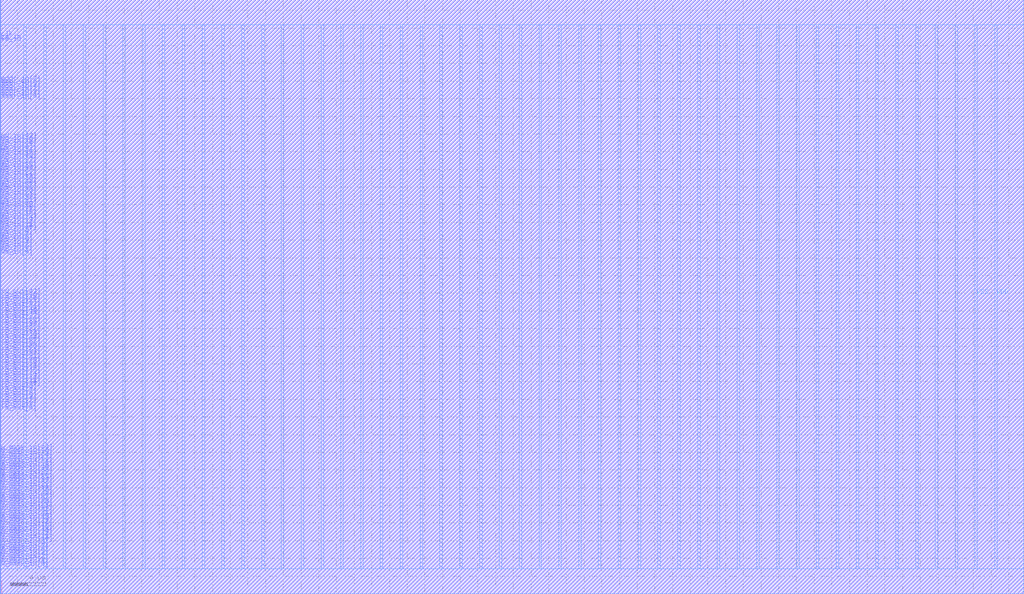
<source format=lef>
VERSION 5.7 ;
BUSBITCHARS "[]" ;
MACRO fakeram45_256x48
  FOREIGN fakeram45_256x48 0 0 ;
  SYMMETRY X Y R90 ;
  SIZE 0.19 BY 1.4 ;
  CLASS BLOCK ;
  PIN w_mask_in[0]
    DIRECTION INPUT ;
    USE SIGNAL ;
    SHAPE ABUTMENT ;
    PORT
      LAYER metal3 ;
      RECT 0.000 2.800 0.070 2.870 ;
    END
  END w_mask_in[0]
  PIN w_mask_in[1]
    DIRECTION INPUT ;
    USE SIGNAL ;
    SHAPE ABUTMENT ;
    PORT
      LAYER metal3 ;
      RECT 0.000 3.080 0.070 3.150 ;
    END
  END w_mask_in[1]
  PIN w_mask_in[2]
    DIRECTION INPUT ;
    USE SIGNAL ;
    SHAPE ABUTMENT ;
    PORT
      LAYER metal3 ;
      RECT 0.000 3.360 0.070 3.430 ;
    END
  END w_mask_in[2]
  PIN w_mask_in[3]
    DIRECTION INPUT ;
    USE SIGNAL ;
    SHAPE ABUTMENT ;
    PORT
      LAYER metal3 ;
      RECT 0.000 3.640 0.070 3.710 ;
    END
  END w_mask_in[3]
  PIN w_mask_in[4]
    DIRECTION INPUT ;
    USE SIGNAL ;
    SHAPE ABUTMENT ;
    PORT
      LAYER metal3 ;
      RECT 0.000 3.920 0.070 3.990 ;
    END
  END w_mask_in[4]
  PIN w_mask_in[5]
    DIRECTION INPUT ;
    USE SIGNAL ;
    SHAPE ABUTMENT ;
    PORT
      LAYER metal3 ;
      RECT 0.000 4.200 0.070 4.270 ;
    END
  END w_mask_in[5]
  PIN w_mask_in[6]
    DIRECTION INPUT ;
    USE SIGNAL ;
    SHAPE ABUTMENT ;
    PORT
      LAYER metal3 ;
      RECT 0.000 4.480 0.070 4.550 ;
    END
  END w_mask_in[6]
  PIN w_mask_in[7]
    DIRECTION INPUT ;
    USE SIGNAL ;
    SHAPE ABUTMENT ;
    PORT
      LAYER metal3 ;
      RECT 0.000 4.760 0.070 4.830 ;
    END
  END w_mask_in[7]
  PIN w_mask_in[8]
    DIRECTION INPUT ;
    USE SIGNAL ;
    SHAPE ABUTMENT ;
    PORT
      LAYER metal3 ;
      RECT 0.000 5.040 0.070 5.110 ;
    END
  END w_mask_in[8]
  PIN w_mask_in[9]
    DIRECTION INPUT ;
    USE SIGNAL ;
    SHAPE ABUTMENT ;
    PORT
      LAYER metal3 ;
      RECT 0.000 5.320 0.070 5.390 ;
    END
  END w_mask_in[9]
  PIN w_mask_in[10]
    DIRECTION INPUT ;
    USE SIGNAL ;
    SHAPE ABUTMENT ;
    PORT
      LAYER metal3 ;
      RECT 0.000 5.600 0.070 5.670 ;
    END
  END w_mask_in[10]
  PIN w_mask_in[11]
    DIRECTION INPUT ;
    USE SIGNAL ;
    SHAPE ABUTMENT ;
    PORT
      LAYER metal3 ;
      RECT 0.000 5.880 0.070 5.950 ;
    END
  END w_mask_in[11]
  PIN w_mask_in[12]
    DIRECTION INPUT ;
    USE SIGNAL ;
    SHAPE ABUTMENT ;
    PORT
      LAYER metal3 ;
      RECT 0.000 6.160 0.070 6.230 ;
    END
  END w_mask_in[12]
  PIN w_mask_in[13]
    DIRECTION INPUT ;
    USE SIGNAL ;
    SHAPE ABUTMENT ;
    PORT
      LAYER metal3 ;
      RECT 0.000 6.440 0.070 6.510 ;
    END
  END w_mask_in[13]
  PIN w_mask_in[14]
    DIRECTION INPUT ;
    USE SIGNAL ;
    SHAPE ABUTMENT ;
    PORT
      LAYER metal3 ;
      RECT 0.000 6.720 0.070 6.790 ;
    END
  END w_mask_in[14]
  PIN w_mask_in[15]
    DIRECTION INPUT ;
    USE SIGNAL ;
    SHAPE ABUTMENT ;
    PORT
      LAYER metal3 ;
      RECT 0.000 7.000 0.070 7.070 ;
    END
  END w_mask_in[15]
  PIN w_mask_in[16]
    DIRECTION INPUT ;
    USE SIGNAL ;
    SHAPE ABUTMENT ;
    PORT
      LAYER metal3 ;
      RECT 0.000 7.280 0.070 7.350 ;
    END
  END w_mask_in[16]
  PIN w_mask_in[17]
    DIRECTION INPUT ;
    USE SIGNAL ;
    SHAPE ABUTMENT ;
    PORT
      LAYER metal3 ;
      RECT 0.000 7.560 0.070 7.630 ;
    END
  END w_mask_in[17]
  PIN w_mask_in[18]
    DIRECTION INPUT ;
    USE SIGNAL ;
    SHAPE ABUTMENT ;
    PORT
      LAYER metal3 ;
      RECT 0.000 7.840 0.070 7.910 ;
    END
  END w_mask_in[18]
  PIN w_mask_in[19]
    DIRECTION INPUT ;
    USE SIGNAL ;
    SHAPE ABUTMENT ;
    PORT
      LAYER metal3 ;
      RECT 0.000 8.120 0.070 8.190 ;
    END
  END w_mask_in[19]
  PIN w_mask_in[20]
    DIRECTION INPUT ;
    USE SIGNAL ;
    SHAPE ABUTMENT ;
    PORT
      LAYER metal3 ;
      RECT 0.000 8.400 0.070 8.470 ;
    END
  END w_mask_in[20]
  PIN w_mask_in[21]
    DIRECTION INPUT ;
    USE SIGNAL ;
    SHAPE ABUTMENT ;
    PORT
      LAYER metal3 ;
      RECT 0.000 8.680 0.070 8.750 ;
    END
  END w_mask_in[21]
  PIN w_mask_in[22]
    DIRECTION INPUT ;
    USE SIGNAL ;
    SHAPE ABUTMENT ;
    PORT
      LAYER metal3 ;
      RECT 0.000 8.960 0.070 9.030 ;
    END
  END w_mask_in[22]
  PIN w_mask_in[23]
    DIRECTION INPUT ;
    USE SIGNAL ;
    SHAPE ABUTMENT ;
    PORT
      LAYER metal3 ;
      RECT 0.000 9.240 0.070 9.310 ;
    END
  END w_mask_in[23]
  PIN w_mask_in[24]
    DIRECTION INPUT ;
    USE SIGNAL ;
    SHAPE ABUTMENT ;
    PORT
      LAYER metal3 ;
      RECT 0.000 9.520 0.070 9.590 ;
    END
  END w_mask_in[24]
  PIN w_mask_in[25]
    DIRECTION INPUT ;
    USE SIGNAL ;
    SHAPE ABUTMENT ;
    PORT
      LAYER metal3 ;
      RECT 0.000 9.800 0.070 9.870 ;
    END
  END w_mask_in[25]
  PIN w_mask_in[26]
    DIRECTION INPUT ;
    USE SIGNAL ;
    SHAPE ABUTMENT ;
    PORT
      LAYER metal3 ;
      RECT 0.000 10.080 0.070 10.150 ;
    END
  END w_mask_in[26]
  PIN w_mask_in[27]
    DIRECTION INPUT ;
    USE SIGNAL ;
    SHAPE ABUTMENT ;
    PORT
      LAYER metal3 ;
      RECT 0.000 10.360 0.070 10.430 ;
    END
  END w_mask_in[27]
  PIN w_mask_in[28]
    DIRECTION INPUT ;
    USE SIGNAL ;
    SHAPE ABUTMENT ;
    PORT
      LAYER metal3 ;
      RECT 0.000 10.640 0.070 10.710 ;
    END
  END w_mask_in[28]
  PIN w_mask_in[29]
    DIRECTION INPUT ;
    USE SIGNAL ;
    SHAPE ABUTMENT ;
    PORT
      LAYER metal3 ;
      RECT 0.000 10.920 0.070 10.990 ;
    END
  END w_mask_in[29]
  PIN w_mask_in[30]
    DIRECTION INPUT ;
    USE SIGNAL ;
    SHAPE ABUTMENT ;
    PORT
      LAYER metal3 ;
      RECT 0.000 11.200 0.070 11.270 ;
    END
  END w_mask_in[30]
  PIN w_mask_in[31]
    DIRECTION INPUT ;
    USE SIGNAL ;
    SHAPE ABUTMENT ;
    PORT
      LAYER metal3 ;
      RECT 0.000 11.480 0.070 11.550 ;
    END
  END w_mask_in[31]
  PIN w_mask_in[32]
    DIRECTION INPUT ;
    USE SIGNAL ;
    SHAPE ABUTMENT ;
    PORT
      LAYER metal3 ;
      RECT 0.000 11.760 0.070 11.830 ;
    END
  END w_mask_in[32]
  PIN w_mask_in[33]
    DIRECTION INPUT ;
    USE SIGNAL ;
    SHAPE ABUTMENT ;
    PORT
      LAYER metal3 ;
      RECT 0.000 12.040 0.070 12.110 ;
    END
  END w_mask_in[33]
  PIN w_mask_in[34]
    DIRECTION INPUT ;
    USE SIGNAL ;
    SHAPE ABUTMENT ;
    PORT
      LAYER metal3 ;
      RECT 0.000 12.320 0.070 12.390 ;
    END
  END w_mask_in[34]
  PIN w_mask_in[35]
    DIRECTION INPUT ;
    USE SIGNAL ;
    SHAPE ABUTMENT ;
    PORT
      LAYER metal3 ;
      RECT 0.000 12.600 0.070 12.670 ;
    END
  END w_mask_in[35]
  PIN w_mask_in[36]
    DIRECTION INPUT ;
    USE SIGNAL ;
    SHAPE ABUTMENT ;
    PORT
      LAYER metal3 ;
      RECT 0.000 12.880 0.070 12.950 ;
    END
  END w_mask_in[36]
  PIN w_mask_in[37]
    DIRECTION INPUT ;
    USE SIGNAL ;
    SHAPE ABUTMENT ;
    PORT
      LAYER metal3 ;
      RECT 0.000 13.160 0.070 13.230 ;
    END
  END w_mask_in[37]
  PIN w_mask_in[38]
    DIRECTION INPUT ;
    USE SIGNAL ;
    SHAPE ABUTMENT ;
    PORT
      LAYER metal3 ;
      RECT 0.000 13.440 0.070 13.510 ;
    END
  END w_mask_in[38]
  PIN w_mask_in[39]
    DIRECTION INPUT ;
    USE SIGNAL ;
    SHAPE ABUTMENT ;
    PORT
      LAYER metal3 ;
      RECT 0.000 13.720 0.070 13.790 ;
    END
  END w_mask_in[39]
  PIN w_mask_in[40]
    DIRECTION INPUT ;
    USE SIGNAL ;
    SHAPE ABUTMENT ;
    PORT
      LAYER metal3 ;
      RECT 0.000 14.000 0.070 14.070 ;
    END
  END w_mask_in[40]
  PIN w_mask_in[41]
    DIRECTION INPUT ;
    USE SIGNAL ;
    SHAPE ABUTMENT ;
    PORT
      LAYER metal3 ;
      RECT 0.000 14.280 0.070 14.350 ;
    END
  END w_mask_in[41]
  PIN w_mask_in[42]
    DIRECTION INPUT ;
    USE SIGNAL ;
    SHAPE ABUTMENT ;
    PORT
      LAYER metal3 ;
      RECT 0.000 14.560 0.070 14.630 ;
    END
  END w_mask_in[42]
  PIN w_mask_in[43]
    DIRECTION INPUT ;
    USE SIGNAL ;
    SHAPE ABUTMENT ;
    PORT
      LAYER metal3 ;
      RECT 0.000 14.840 0.070 14.910 ;
    END
  END w_mask_in[43]
  PIN w_mask_in[44]
    DIRECTION INPUT ;
    USE SIGNAL ;
    SHAPE ABUTMENT ;
    PORT
      LAYER metal3 ;
      RECT 0.000 15.120 0.070 15.190 ;
    END
  END w_mask_in[44]
  PIN w_mask_in[45]
    DIRECTION INPUT ;
    USE SIGNAL ;
    SHAPE ABUTMENT ;
    PORT
      LAYER metal3 ;
      RECT 0.000 15.400 0.070 15.470 ;
    END
  END w_mask_in[45]
  PIN w_mask_in[46]
    DIRECTION INPUT ;
    USE SIGNAL ;
    SHAPE ABUTMENT ;
    PORT
      LAYER metal3 ;
      RECT 0.000 15.680 0.070 15.750 ;
    END
  END w_mask_in[46]
  PIN w_mask_in[47]
    DIRECTION INPUT ;
    USE SIGNAL ;
    SHAPE ABUTMENT ;
    PORT
      LAYER metal3 ;
      RECT 0.000 15.960 0.070 16.030 ;
    END
  END w_mask_in[47]
  PIN rd_out[0]
    DIRECTION OUTPUT ;
    USE SIGNAL ;
    SHAPE ABUTMENT ;
    PORT
      LAYER metal3 ;
      RECT 0.000 20.440 0.070 20.510 ;
    END
  END rd_out[0]
  PIN rd_out[1]
    DIRECTION OUTPUT ;
    USE SIGNAL ;
    SHAPE ABUTMENT ;
    PORT
      LAYER metal3 ;
      RECT 0.000 20.720 0.070 20.790 ;
    END
  END rd_out[1]
  PIN rd_out[2]
    DIRECTION OUTPUT ;
    USE SIGNAL ;
    SHAPE ABUTMENT ;
    PORT
      LAYER metal3 ;
      RECT 0.000 21.000 0.070 21.070 ;
    END
  END rd_out[2]
  PIN rd_out[3]
    DIRECTION OUTPUT ;
    USE SIGNAL ;
    SHAPE ABUTMENT ;
    PORT
      LAYER metal3 ;
      RECT 0.000 21.280 0.070 21.350 ;
    END
  END rd_out[3]
  PIN rd_out[4]
    DIRECTION OUTPUT ;
    USE SIGNAL ;
    SHAPE ABUTMENT ;
    PORT
      LAYER metal3 ;
      RECT 0.000 21.560 0.070 21.630 ;
    END
  END rd_out[4]
  PIN rd_out[5]
    DIRECTION OUTPUT ;
    USE SIGNAL ;
    SHAPE ABUTMENT ;
    PORT
      LAYER metal3 ;
      RECT 0.000 21.840 0.070 21.910 ;
    END
  END rd_out[5]
  PIN rd_out[6]
    DIRECTION OUTPUT ;
    USE SIGNAL ;
    SHAPE ABUTMENT ;
    PORT
      LAYER metal3 ;
      RECT 0.000 22.120 0.070 22.190 ;
    END
  END rd_out[6]
  PIN rd_out[7]
    DIRECTION OUTPUT ;
    USE SIGNAL ;
    SHAPE ABUTMENT ;
    PORT
      LAYER metal3 ;
      RECT 0.000 22.400 0.070 22.470 ;
    END
  END rd_out[7]
  PIN rd_out[8]
    DIRECTION OUTPUT ;
    USE SIGNAL ;
    SHAPE ABUTMENT ;
    PORT
      LAYER metal3 ;
      RECT 0.000 22.680 0.070 22.750 ;
    END
  END rd_out[8]
  PIN rd_out[9]
    DIRECTION OUTPUT ;
    USE SIGNAL ;
    SHAPE ABUTMENT ;
    PORT
      LAYER metal3 ;
      RECT 0.000 22.960 0.070 23.030 ;
    END
  END rd_out[9]
  PIN rd_out[10]
    DIRECTION OUTPUT ;
    USE SIGNAL ;
    SHAPE ABUTMENT ;
    PORT
      LAYER metal3 ;
      RECT 0.000 23.240 0.070 23.310 ;
    END
  END rd_out[10]
  PIN rd_out[11]
    DIRECTION OUTPUT ;
    USE SIGNAL ;
    SHAPE ABUTMENT ;
    PORT
      LAYER metal3 ;
      RECT 0.000 23.520 0.070 23.590 ;
    END
  END rd_out[11]
  PIN rd_out[12]
    DIRECTION OUTPUT ;
    USE SIGNAL ;
    SHAPE ABUTMENT ;
    PORT
      LAYER metal3 ;
      RECT 0.000 23.800 0.070 23.870 ;
    END
  END rd_out[12]
  PIN rd_out[13]
    DIRECTION OUTPUT ;
    USE SIGNAL ;
    SHAPE ABUTMENT ;
    PORT
      LAYER metal3 ;
      RECT 0.000 24.080 0.070 24.150 ;
    END
  END rd_out[13]
  PIN rd_out[14]
    DIRECTION OUTPUT ;
    USE SIGNAL ;
    SHAPE ABUTMENT ;
    PORT
      LAYER metal3 ;
      RECT 0.000 24.360 0.070 24.430 ;
    END
  END rd_out[14]
  PIN rd_out[15]
    DIRECTION OUTPUT ;
    USE SIGNAL ;
    SHAPE ABUTMENT ;
    PORT
      LAYER metal3 ;
      RECT 0.000 24.640 0.070 24.710 ;
    END
  END rd_out[15]
  PIN rd_out[16]
    DIRECTION OUTPUT ;
    USE SIGNAL ;
    SHAPE ABUTMENT ;
    PORT
      LAYER metal3 ;
      RECT 0.000 24.920 0.070 24.990 ;
    END
  END rd_out[16]
  PIN rd_out[17]
    DIRECTION OUTPUT ;
    USE SIGNAL ;
    SHAPE ABUTMENT ;
    PORT
      LAYER metal3 ;
      RECT 0.000 25.200 0.070 25.270 ;
    END
  END rd_out[17]
  PIN rd_out[18]
    DIRECTION OUTPUT ;
    USE SIGNAL ;
    SHAPE ABUTMENT ;
    PORT
      LAYER metal3 ;
      RECT 0.000 25.480 0.070 25.550 ;
    END
  END rd_out[18]
  PIN rd_out[19]
    DIRECTION OUTPUT ;
    USE SIGNAL ;
    SHAPE ABUTMENT ;
    PORT
      LAYER metal3 ;
      RECT 0.000 25.760 0.070 25.830 ;
    END
  END rd_out[19]
  PIN rd_out[20]
    DIRECTION OUTPUT ;
    USE SIGNAL ;
    SHAPE ABUTMENT ;
    PORT
      LAYER metal3 ;
      RECT 0.000 26.040 0.070 26.110 ;
    END
  END rd_out[20]
  PIN rd_out[21]
    DIRECTION OUTPUT ;
    USE SIGNAL ;
    SHAPE ABUTMENT ;
    PORT
      LAYER metal3 ;
      RECT 0.000 26.320 0.070 26.390 ;
    END
  END rd_out[21]
  PIN rd_out[22]
    DIRECTION OUTPUT ;
    USE SIGNAL ;
    SHAPE ABUTMENT ;
    PORT
      LAYER metal3 ;
      RECT 0.000 26.600 0.070 26.670 ;
    END
  END rd_out[22]
  PIN rd_out[23]
    DIRECTION OUTPUT ;
    USE SIGNAL ;
    SHAPE ABUTMENT ;
    PORT
      LAYER metal3 ;
      RECT 0.000 26.880 0.070 26.950 ;
    END
  END rd_out[23]
  PIN rd_out[24]
    DIRECTION OUTPUT ;
    USE SIGNAL ;
    SHAPE ABUTMENT ;
    PORT
      LAYER metal3 ;
      RECT 0.000 27.160 0.070 27.230 ;
    END
  END rd_out[24]
  PIN rd_out[25]
    DIRECTION OUTPUT ;
    USE SIGNAL ;
    SHAPE ABUTMENT ;
    PORT
      LAYER metal3 ;
      RECT 0.000 27.440 0.070 27.510 ;
    END
  END rd_out[25]
  PIN rd_out[26]
    DIRECTION OUTPUT ;
    USE SIGNAL ;
    SHAPE ABUTMENT ;
    PORT
      LAYER metal3 ;
      RECT 0.000 27.720 0.070 27.790 ;
    END
  END rd_out[26]
  PIN rd_out[27]
    DIRECTION OUTPUT ;
    USE SIGNAL ;
    SHAPE ABUTMENT ;
    PORT
      LAYER metal3 ;
      RECT 0.000 28.000 0.070 28.070 ;
    END
  END rd_out[27]
  PIN rd_out[28]
    DIRECTION OUTPUT ;
    USE SIGNAL ;
    SHAPE ABUTMENT ;
    PORT
      LAYER metal3 ;
      RECT 0.000 28.280 0.070 28.350 ;
    END
  END rd_out[28]
  PIN rd_out[29]
    DIRECTION OUTPUT ;
    USE SIGNAL ;
    SHAPE ABUTMENT ;
    PORT
      LAYER metal3 ;
      RECT 0.000 28.560 0.070 28.630 ;
    END
  END rd_out[29]
  PIN rd_out[30]
    DIRECTION OUTPUT ;
    USE SIGNAL ;
    SHAPE ABUTMENT ;
    PORT
      LAYER metal3 ;
      RECT 0.000 28.840 0.070 28.910 ;
    END
  END rd_out[30]
  PIN rd_out[31]
    DIRECTION OUTPUT ;
    USE SIGNAL ;
    SHAPE ABUTMENT ;
    PORT
      LAYER metal3 ;
      RECT 0.000 29.120 0.070 29.190 ;
    END
  END rd_out[31]
  PIN rd_out[32]
    DIRECTION OUTPUT ;
    USE SIGNAL ;
    SHAPE ABUTMENT ;
    PORT
      LAYER metal3 ;
      RECT 0.000 29.400 0.070 29.470 ;
    END
  END rd_out[32]
  PIN rd_out[33]
    DIRECTION OUTPUT ;
    USE SIGNAL ;
    SHAPE ABUTMENT ;
    PORT
      LAYER metal3 ;
      RECT 0.000 29.680 0.070 29.750 ;
    END
  END rd_out[33]
  PIN rd_out[34]
    DIRECTION OUTPUT ;
    USE SIGNAL ;
    SHAPE ABUTMENT ;
    PORT
      LAYER metal3 ;
      RECT 0.000 29.960 0.070 30.030 ;
    END
  END rd_out[34]
  PIN rd_out[35]
    DIRECTION OUTPUT ;
    USE SIGNAL ;
    SHAPE ABUTMENT ;
    PORT
      LAYER metal3 ;
      RECT 0.000 30.240 0.070 30.310 ;
    END
  END rd_out[35]
  PIN rd_out[36]
    DIRECTION OUTPUT ;
    USE SIGNAL ;
    SHAPE ABUTMENT ;
    PORT
      LAYER metal3 ;
      RECT 0.000 30.520 0.070 30.590 ;
    END
  END rd_out[36]
  PIN rd_out[37]
    DIRECTION OUTPUT ;
    USE SIGNAL ;
    SHAPE ABUTMENT ;
    PORT
      LAYER metal3 ;
      RECT 0.000 30.800 0.070 30.870 ;
    END
  END rd_out[37]
  PIN rd_out[38]
    DIRECTION OUTPUT ;
    USE SIGNAL ;
    SHAPE ABUTMENT ;
    PORT
      LAYER metal3 ;
      RECT 0.000 31.080 0.070 31.150 ;
    END
  END rd_out[38]
  PIN rd_out[39]
    DIRECTION OUTPUT ;
    USE SIGNAL ;
    SHAPE ABUTMENT ;
    PORT
      LAYER metal3 ;
      RECT 0.000 31.360 0.070 31.430 ;
    END
  END rd_out[39]
  PIN rd_out[40]
    DIRECTION OUTPUT ;
    USE SIGNAL ;
    SHAPE ABUTMENT ;
    PORT
      LAYER metal3 ;
      RECT 0.000 31.640 0.070 31.710 ;
    END
  END rd_out[40]
  PIN rd_out[41]
    DIRECTION OUTPUT ;
    USE SIGNAL ;
    SHAPE ABUTMENT ;
    PORT
      LAYER metal3 ;
      RECT 0.000 31.920 0.070 31.990 ;
    END
  END rd_out[41]
  PIN rd_out[42]
    DIRECTION OUTPUT ;
    USE SIGNAL ;
    SHAPE ABUTMENT ;
    PORT
      LAYER metal3 ;
      RECT 0.000 32.200 0.070 32.270 ;
    END
  END rd_out[42]
  PIN rd_out[43]
    DIRECTION OUTPUT ;
    USE SIGNAL ;
    SHAPE ABUTMENT ;
    PORT
      LAYER metal3 ;
      RECT 0.000 32.480 0.070 32.550 ;
    END
  END rd_out[43]
  PIN rd_out[44]
    DIRECTION OUTPUT ;
    USE SIGNAL ;
    SHAPE ABUTMENT ;
    PORT
      LAYER metal3 ;
      RECT 0.000 32.760 0.070 32.830 ;
    END
  END rd_out[44]
  PIN rd_out[45]
    DIRECTION OUTPUT ;
    USE SIGNAL ;
    SHAPE ABUTMENT ;
    PORT
      LAYER metal3 ;
      RECT 0.000 33.040 0.070 33.110 ;
    END
  END rd_out[45]
  PIN rd_out[46]
    DIRECTION OUTPUT ;
    USE SIGNAL ;
    SHAPE ABUTMENT ;
    PORT
      LAYER metal3 ;
      RECT 0.000 33.320 0.070 33.390 ;
    END
  END rd_out[46]
  PIN rd_out[47]
    DIRECTION OUTPUT ;
    USE SIGNAL ;
    SHAPE ABUTMENT ;
    PORT
      LAYER metal3 ;
      RECT 0.000 33.600 0.070 33.670 ;
    END
  END rd_out[47]
  PIN wd_in[0]
    DIRECTION INPUT ;
    USE SIGNAL ;
    SHAPE ABUTMENT ;
    PORT
      LAYER metal3 ;
      RECT 0.000 38.080 0.070 38.150 ;
    END
  END wd_in[0]
  PIN wd_in[1]
    DIRECTION INPUT ;
    USE SIGNAL ;
    SHAPE ABUTMENT ;
    PORT
      LAYER metal3 ;
      RECT 0.000 38.360 0.070 38.430 ;
    END
  END wd_in[1]
  PIN wd_in[2]
    DIRECTION INPUT ;
    USE SIGNAL ;
    SHAPE ABUTMENT ;
    PORT
      LAYER metal3 ;
      RECT 0.000 38.640 0.070 38.710 ;
    END
  END wd_in[2]
  PIN wd_in[3]
    DIRECTION INPUT ;
    USE SIGNAL ;
    SHAPE ABUTMENT ;
    PORT
      LAYER metal3 ;
      RECT 0.000 38.920 0.070 38.990 ;
    END
  END wd_in[3]
  PIN wd_in[4]
    DIRECTION INPUT ;
    USE SIGNAL ;
    SHAPE ABUTMENT ;
    PORT
      LAYER metal3 ;
      RECT 0.000 39.200 0.070 39.270 ;
    END
  END wd_in[4]
  PIN wd_in[5]
    DIRECTION INPUT ;
    USE SIGNAL ;
    SHAPE ABUTMENT ;
    PORT
      LAYER metal3 ;
      RECT 0.000 39.480 0.070 39.550 ;
    END
  END wd_in[5]
  PIN wd_in[6]
    DIRECTION INPUT ;
    USE SIGNAL ;
    SHAPE ABUTMENT ;
    PORT
      LAYER metal3 ;
      RECT 0.000 39.760 0.070 39.830 ;
    END
  END wd_in[6]
  PIN wd_in[7]
    DIRECTION INPUT ;
    USE SIGNAL ;
    SHAPE ABUTMENT ;
    PORT
      LAYER metal3 ;
      RECT 0.000 40.040 0.070 40.110 ;
    END
  END wd_in[7]
  PIN wd_in[8]
    DIRECTION INPUT ;
    USE SIGNAL ;
    SHAPE ABUTMENT ;
    PORT
      LAYER metal3 ;
      RECT 0.000 40.320 0.070 40.390 ;
    END
  END wd_in[8]
  PIN wd_in[9]
    DIRECTION INPUT ;
    USE SIGNAL ;
    SHAPE ABUTMENT ;
    PORT
      LAYER metal3 ;
      RECT 0.000 40.600 0.070 40.670 ;
    END
  END wd_in[9]
  PIN wd_in[10]
    DIRECTION INPUT ;
    USE SIGNAL ;
    SHAPE ABUTMENT ;
    PORT
      LAYER metal3 ;
      RECT 0.000 40.880 0.070 40.950 ;
    END
  END wd_in[10]
  PIN wd_in[11]
    DIRECTION INPUT ;
    USE SIGNAL ;
    SHAPE ABUTMENT ;
    PORT
      LAYER metal3 ;
      RECT 0.000 41.160 0.070 41.230 ;
    END
  END wd_in[11]
  PIN wd_in[12]
    DIRECTION INPUT ;
    USE SIGNAL ;
    SHAPE ABUTMENT ;
    PORT
      LAYER metal3 ;
      RECT 0.000 41.440 0.070 41.510 ;
    END
  END wd_in[12]
  PIN wd_in[13]
    DIRECTION INPUT ;
    USE SIGNAL ;
    SHAPE ABUTMENT ;
    PORT
      LAYER metal3 ;
      RECT 0.000 41.720 0.070 41.790 ;
    END
  END wd_in[13]
  PIN wd_in[14]
    DIRECTION INPUT ;
    USE SIGNAL ;
    SHAPE ABUTMENT ;
    PORT
      LAYER metal3 ;
      RECT 0.000 42.000 0.070 42.070 ;
    END
  END wd_in[14]
  PIN wd_in[15]
    DIRECTION INPUT ;
    USE SIGNAL ;
    SHAPE ABUTMENT ;
    PORT
      LAYER metal3 ;
      RECT 0.000 42.280 0.070 42.350 ;
    END
  END wd_in[15]
  PIN wd_in[16]
    DIRECTION INPUT ;
    USE SIGNAL ;
    SHAPE ABUTMENT ;
    PORT
      LAYER metal3 ;
      RECT 0.000 42.560 0.070 42.630 ;
    END
  END wd_in[16]
  PIN wd_in[17]
    DIRECTION INPUT ;
    USE SIGNAL ;
    SHAPE ABUTMENT ;
    PORT
      LAYER metal3 ;
      RECT 0.000 42.840 0.070 42.910 ;
    END
  END wd_in[17]
  PIN wd_in[18]
    DIRECTION INPUT ;
    USE SIGNAL ;
    SHAPE ABUTMENT ;
    PORT
      LAYER metal3 ;
      RECT 0.000 43.120 0.070 43.190 ;
    END
  END wd_in[18]
  PIN wd_in[19]
    DIRECTION INPUT ;
    USE SIGNAL ;
    SHAPE ABUTMENT ;
    PORT
      LAYER metal3 ;
      RECT 0.000 43.400 0.070 43.470 ;
    END
  END wd_in[19]
  PIN wd_in[20]
    DIRECTION INPUT ;
    USE SIGNAL ;
    SHAPE ABUTMENT ;
    PORT
      LAYER metal3 ;
      RECT 0.000 43.680 0.070 43.750 ;
    END
  END wd_in[20]
  PIN wd_in[21]
    DIRECTION INPUT ;
    USE SIGNAL ;
    SHAPE ABUTMENT ;
    PORT
      LAYER metal3 ;
      RECT 0.000 43.960 0.070 44.030 ;
    END
  END wd_in[21]
  PIN wd_in[22]
    DIRECTION INPUT ;
    USE SIGNAL ;
    SHAPE ABUTMENT ;
    PORT
      LAYER metal3 ;
      RECT 0.000 44.240 0.070 44.310 ;
    END
  END wd_in[22]
  PIN wd_in[23]
    DIRECTION INPUT ;
    USE SIGNAL ;
    SHAPE ABUTMENT ;
    PORT
      LAYER metal3 ;
      RECT 0.000 44.520 0.070 44.590 ;
    END
  END wd_in[23]
  PIN wd_in[24]
    DIRECTION INPUT ;
    USE SIGNAL ;
    SHAPE ABUTMENT ;
    PORT
      LAYER metal3 ;
      RECT 0.000 44.800 0.070 44.870 ;
    END
  END wd_in[24]
  PIN wd_in[25]
    DIRECTION INPUT ;
    USE SIGNAL ;
    SHAPE ABUTMENT ;
    PORT
      LAYER metal3 ;
      RECT 0.000 45.080 0.070 45.150 ;
    END
  END wd_in[25]
  PIN wd_in[26]
    DIRECTION INPUT ;
    USE SIGNAL ;
    SHAPE ABUTMENT ;
    PORT
      LAYER metal3 ;
      RECT 0.000 45.360 0.070 45.430 ;
    END
  END wd_in[26]
  PIN wd_in[27]
    DIRECTION INPUT ;
    USE SIGNAL ;
    SHAPE ABUTMENT ;
    PORT
      LAYER metal3 ;
      RECT 0.000 45.640 0.070 45.710 ;
    END
  END wd_in[27]
  PIN wd_in[28]
    DIRECTION INPUT ;
    USE SIGNAL ;
    SHAPE ABUTMENT ;
    PORT
      LAYER metal3 ;
      RECT 0.000 45.920 0.070 45.990 ;
    END
  END wd_in[28]
  PIN wd_in[29]
    DIRECTION INPUT ;
    USE SIGNAL ;
    SHAPE ABUTMENT ;
    PORT
      LAYER metal3 ;
      RECT 0.000 46.200 0.070 46.270 ;
    END
  END wd_in[29]
  PIN wd_in[30]
    DIRECTION INPUT ;
    USE SIGNAL ;
    SHAPE ABUTMENT ;
    PORT
      LAYER metal3 ;
      RECT 0.000 46.480 0.070 46.550 ;
    END
  END wd_in[30]
  PIN wd_in[31]
    DIRECTION INPUT ;
    USE SIGNAL ;
    SHAPE ABUTMENT ;
    PORT
      LAYER metal3 ;
      RECT 0.000 46.760 0.070 46.830 ;
    END
  END wd_in[31]
  PIN wd_in[32]
    DIRECTION INPUT ;
    USE SIGNAL ;
    SHAPE ABUTMENT ;
    PORT
      LAYER metal3 ;
      RECT 0.000 47.040 0.070 47.110 ;
    END
  END wd_in[32]
  PIN wd_in[33]
    DIRECTION INPUT ;
    USE SIGNAL ;
    SHAPE ABUTMENT ;
    PORT
      LAYER metal3 ;
      RECT 0.000 47.320 0.070 47.390 ;
    END
  END wd_in[33]
  PIN wd_in[34]
    DIRECTION INPUT ;
    USE SIGNAL ;
    SHAPE ABUTMENT ;
    PORT
      LAYER metal3 ;
      RECT 0.000 47.600 0.070 47.670 ;
    END
  END wd_in[34]
  PIN wd_in[35]
    DIRECTION INPUT ;
    USE SIGNAL ;
    SHAPE ABUTMENT ;
    PORT
      LAYER metal3 ;
      RECT 0.000 47.880 0.070 47.950 ;
    END
  END wd_in[35]
  PIN wd_in[36]
    DIRECTION INPUT ;
    USE SIGNAL ;
    SHAPE ABUTMENT ;
    PORT
      LAYER metal3 ;
      RECT 0.000 48.160 0.070 48.230 ;
    END
  END wd_in[36]
  PIN wd_in[37]
    DIRECTION INPUT ;
    USE SIGNAL ;
    SHAPE ABUTMENT ;
    PORT
      LAYER metal3 ;
      RECT 0.000 48.440 0.070 48.510 ;
    END
  END wd_in[37]
  PIN wd_in[38]
    DIRECTION INPUT ;
    USE SIGNAL ;
    SHAPE ABUTMENT ;
    PORT
      LAYER metal3 ;
      RECT 0.000 48.720 0.070 48.790 ;
    END
  END wd_in[38]
  PIN wd_in[39]
    DIRECTION INPUT ;
    USE SIGNAL ;
    SHAPE ABUTMENT ;
    PORT
      LAYER metal3 ;
      RECT 0.000 49.000 0.070 49.070 ;
    END
  END wd_in[39]
  PIN wd_in[40]
    DIRECTION INPUT ;
    USE SIGNAL ;
    SHAPE ABUTMENT ;
    PORT
      LAYER metal3 ;
      RECT 0.000 49.280 0.070 49.350 ;
    END
  END wd_in[40]
  PIN wd_in[41]
    DIRECTION INPUT ;
    USE SIGNAL ;
    SHAPE ABUTMENT ;
    PORT
      LAYER metal3 ;
      RECT 0.000 49.560 0.070 49.630 ;
    END
  END wd_in[41]
  PIN wd_in[42]
    DIRECTION INPUT ;
    USE SIGNAL ;
    SHAPE ABUTMENT ;
    PORT
      LAYER metal3 ;
      RECT 0.000 49.840 0.070 49.910 ;
    END
  END wd_in[42]
  PIN wd_in[43]
    DIRECTION INPUT ;
    USE SIGNAL ;
    SHAPE ABUTMENT ;
    PORT
      LAYER metal3 ;
      RECT 0.000 50.120 0.070 50.190 ;
    END
  END wd_in[43]
  PIN wd_in[44]
    DIRECTION INPUT ;
    USE SIGNAL ;
    SHAPE ABUTMENT ;
    PORT
      LAYER metal3 ;
      RECT 0.000 50.400 0.070 50.470 ;
    END
  END wd_in[44]
  PIN wd_in[45]
    DIRECTION INPUT ;
    USE SIGNAL ;
    SHAPE ABUTMENT ;
    PORT
      LAYER metal3 ;
      RECT 0.000 50.680 0.070 50.750 ;
    END
  END wd_in[45]
  PIN wd_in[46]
    DIRECTION INPUT ;
    USE SIGNAL ;
    SHAPE ABUTMENT ;
    PORT
      LAYER metal3 ;
      RECT 0.000 50.960 0.070 51.030 ;
    END
  END wd_in[46]
  PIN wd_in[47]
    DIRECTION INPUT ;
    USE SIGNAL ;
    SHAPE ABUTMENT ;
    PORT
      LAYER metal3 ;
      RECT 0.000 51.240 0.070 51.310 ;
    END
  END wd_in[47]
  PIN addr_in[0]
    DIRECTION INPUT ;
    USE SIGNAL ;
    SHAPE ABUTMENT ;
    PORT
      LAYER metal3 ;
      RECT 0.000 55.720 0.070 55.790 ;
    END
  END addr_in[0]
  PIN addr_in[1]
    DIRECTION INPUT ;
    USE SIGNAL ;
    SHAPE ABUTMENT ;
    PORT
      LAYER metal3 ;
      RECT 0.000 56.000 0.070 56.070 ;
    END
  END addr_in[1]
  PIN addr_in[2]
    DIRECTION INPUT ;
    USE SIGNAL ;
    SHAPE ABUTMENT ;
    PORT
      LAYER metal3 ;
      RECT 0.000 56.280 0.070 56.350 ;
    END
  END addr_in[2]
  PIN addr_in[3]
    DIRECTION INPUT ;
    USE SIGNAL ;
    SHAPE ABUTMENT ;
    PORT
      LAYER metal3 ;
      RECT 0.000 56.560 0.070 56.630 ;
    END
  END addr_in[3]
  PIN addr_in[4]
    DIRECTION INPUT ;
    USE SIGNAL ;
    SHAPE ABUTMENT ;
    PORT
      LAYER metal3 ;
      RECT 0.000 56.840 0.070 56.910 ;
    END
  END addr_in[4]
  PIN addr_in[5]
    DIRECTION INPUT ;
    USE SIGNAL ;
    SHAPE ABUTMENT ;
    PORT
      LAYER metal3 ;
      RECT 0.000 57.120 0.070 57.190 ;
    END
  END addr_in[5]
  PIN addr_in[6]
    DIRECTION INPUT ;
    USE SIGNAL ;
    SHAPE ABUTMENT ;
    PORT
      LAYER metal3 ;
      RECT 0.000 57.400 0.070 57.470 ;
    END
  END addr_in[6]
  PIN addr_in[7]
    DIRECTION INPUT ;
    USE SIGNAL ;
    SHAPE ABUTMENT ;
    PORT
      LAYER metal3 ;
      RECT 0.000 57.680 0.070 57.750 ;
    END
  END addr_in[7]
  PIN we_in
    DIRECTION INPUT ;
    USE SIGNAL ;
    SHAPE ABUTMENT ;
    PORT
      LAYER metal3 ;
      RECT 0.000 62.160 0.070 62.230 ;
    END
  END we_in
  PIN ce_in
    DIRECTION INPUT ;
    USE SIGNAL ;
    SHAPE ABUTMENT ;
    PORT
      LAYER metal3 ;
      RECT 0.000 62.440 0.070 62.510 ;
    END
  END ce_in
  PIN clk
    DIRECTION INPUT ;
    USE SIGNAL ;
    SHAPE ABUTMENT ;
    PORT
      LAYER metal3 ;
      RECT 0.000 62.720 0.070 62.790 ;
    END
  END clk
  PIN VSS
    DIRECTION INOUT ;
    USE GROUND ;
    PORT
      LAYER metal4 ;
      RECT 2.660 2.800 2.940 64.400 ;
      RECT 7.140 2.800 7.420 64.400 ;
      RECT 11.620 2.800 11.900 64.400 ;
      RECT 16.100 2.800 16.380 64.400 ;
      RECT 20.580 2.800 20.860 64.400 ;
      RECT 25.060 2.800 25.340 64.400 ;
      RECT 29.540 2.800 29.820 64.400 ;
      RECT 34.020 2.800 34.300 64.400 ;
      RECT 38.500 2.800 38.780 64.400 ;
      RECT 42.980 2.800 43.260 64.400 ;
      RECT 47.460 2.800 47.740 64.400 ;
      RECT 51.940 2.800 52.220 64.400 ;
      RECT 56.420 2.800 56.700 64.400 ;
      RECT 60.900 2.800 61.180 64.400 ;
      RECT 65.380 2.800 65.660 64.400 ;
      RECT 69.860 2.800 70.140 64.400 ;
      RECT 74.340 2.800 74.620 64.400 ;
      RECT 78.820 2.800 79.100 64.400 ;
      RECT 83.300 2.800 83.580 64.400 ;
      RECT 87.780 2.800 88.060 64.400 ;
      RECT 92.260 2.800 92.540 64.400 ;
      RECT 96.740 2.800 97.020 64.400 ;
      RECT 101.220 2.800 101.500 64.400 ;
      RECT 105.700 2.800 105.980 64.400 ;
      RECT 110.180 2.800 110.460 64.400 ;
    END
  END VSS
  PIN VDD
    DIRECTION INOUT ;
    USE POWER ;
    PORT
      LAYER metal4 ;
      RECT 4.900 2.800 5.180 64.400 ;
      RECT 9.380 2.800 9.660 64.400 ;
      RECT 13.860 2.800 14.140 64.400 ;
      RECT 18.340 2.800 18.620 64.400 ;
      RECT 22.820 2.800 23.100 64.400 ;
      RECT 27.300 2.800 27.580 64.400 ;
      RECT 31.780 2.800 32.060 64.400 ;
      RECT 36.260 2.800 36.540 64.400 ;
      RECT 40.740 2.800 41.020 64.400 ;
      RECT 45.220 2.800 45.500 64.400 ;
      RECT 49.700 2.800 49.980 64.400 ;
      RECT 54.180 2.800 54.460 64.400 ;
      RECT 58.660 2.800 58.940 64.400 ;
      RECT 63.140 2.800 63.420 64.400 ;
      RECT 67.620 2.800 67.900 64.400 ;
      RECT 72.100 2.800 72.380 64.400 ;
      RECT 76.580 2.800 76.860 64.400 ;
      RECT 81.060 2.800 81.340 64.400 ;
      RECT 85.540 2.800 85.820 64.400 ;
      RECT 90.020 2.800 90.300 64.400 ;
      RECT 94.500 2.800 94.780 64.400 ;
      RECT 98.980 2.800 99.260 64.400 ;
      RECT 103.460 2.800 103.740 64.400 ;
      RECT 107.940 2.800 108.220 64.400 ;
      RECT 112.420 2.800 112.700 64.400 ;
    END
  END VDD
  OBS
    LAYER metal1 ;
    RECT 0 0 115.710 67.200 ;
    LAYER metal2 ;
    RECT 0 0 115.710 67.200 ;
    LAYER metal3 ;
    RECT 0.070 0 115.710 67.200 ;
    RECT 0 0.000 0.070 2.800 ;
    RECT 0 2.870 0.070 3.080 ;
    RECT 0 3.150 0.070 3.360 ;
    RECT 0 3.430 0.070 3.640 ;
    RECT 0 3.710 0.070 3.920 ;
    RECT 0 3.990 0.070 4.200 ;
    RECT 0 4.270 0.070 4.480 ;
    RECT 0 4.550 0.070 4.760 ;
    RECT 0 4.830 0.070 5.040 ;
    RECT 0 5.110 0.070 5.320 ;
    RECT 0 5.390 0.070 5.600 ;
    RECT 0 5.670 0.070 5.880 ;
    RECT 0 5.950 0.070 6.160 ;
    RECT 0 6.230 0.070 6.440 ;
    RECT 0 6.510 0.070 6.720 ;
    RECT 0 6.790 0.070 7.000 ;
    RECT 0 7.070 0.070 7.280 ;
    RECT 0 7.350 0.070 7.560 ;
    RECT 0 7.630 0.070 7.840 ;
    RECT 0 7.910 0.070 8.120 ;
    RECT 0 8.190 0.070 8.400 ;
    RECT 0 8.470 0.070 8.680 ;
    RECT 0 8.750 0.070 8.960 ;
    RECT 0 9.030 0.070 9.240 ;
    RECT 0 9.310 0.070 9.520 ;
    RECT 0 9.590 0.070 9.800 ;
    RECT 0 9.870 0.070 10.080 ;
    RECT 0 10.150 0.070 10.360 ;
    RECT 0 10.430 0.070 10.640 ;
    RECT 0 10.710 0.070 10.920 ;
    RECT 0 10.990 0.070 11.200 ;
    RECT 0 11.270 0.070 11.480 ;
    RECT 0 11.550 0.070 11.760 ;
    RECT 0 11.830 0.070 12.040 ;
    RECT 0 12.110 0.070 12.320 ;
    RECT 0 12.390 0.070 12.600 ;
    RECT 0 12.670 0.070 12.880 ;
    RECT 0 12.950 0.070 13.160 ;
    RECT 0 13.230 0.070 13.440 ;
    RECT 0 13.510 0.070 13.720 ;
    RECT 0 13.790 0.070 14.000 ;
    RECT 0 14.070 0.070 14.280 ;
    RECT 0 14.350 0.070 14.560 ;
    RECT 0 14.630 0.070 14.840 ;
    RECT 0 14.910 0.070 15.120 ;
    RECT 0 15.190 0.070 15.400 ;
    RECT 0 15.470 0.070 15.680 ;
    RECT 0 15.750 0.070 15.960 ;
    RECT 0 16.030 0.070 20.440 ;
    RECT 0 20.510 0.070 20.720 ;
    RECT 0 20.790 0.070 21.000 ;
    RECT 0 21.070 0.070 21.280 ;
    RECT 0 21.350 0.070 21.560 ;
    RECT 0 21.630 0.070 21.840 ;
    RECT 0 21.910 0.070 22.120 ;
    RECT 0 22.190 0.070 22.400 ;
    RECT 0 22.470 0.070 22.680 ;
    RECT 0 22.750 0.070 22.960 ;
    RECT 0 23.030 0.070 23.240 ;
    RECT 0 23.310 0.070 23.520 ;
    RECT 0 23.590 0.070 23.800 ;
    RECT 0 23.870 0.070 24.080 ;
    RECT 0 24.150 0.070 24.360 ;
    RECT 0 24.430 0.070 24.640 ;
    RECT 0 24.710 0.070 24.920 ;
    RECT 0 24.990 0.070 25.200 ;
    RECT 0 25.270 0.070 25.480 ;
    RECT 0 25.550 0.070 25.760 ;
    RECT 0 25.830 0.070 26.040 ;
    RECT 0 26.110 0.070 26.320 ;
    RECT 0 26.390 0.070 26.600 ;
    RECT 0 26.670 0.070 26.880 ;
    RECT 0 26.950 0.070 27.160 ;
    RECT 0 27.230 0.070 27.440 ;
    RECT 0 27.510 0.070 27.720 ;
    RECT 0 27.790 0.070 28.000 ;
    RECT 0 28.070 0.070 28.280 ;
    RECT 0 28.350 0.070 28.560 ;
    RECT 0 28.630 0.070 28.840 ;
    RECT 0 28.910 0.070 29.120 ;
    RECT 0 29.190 0.070 29.400 ;
    RECT 0 29.470 0.070 29.680 ;
    RECT 0 29.750 0.070 29.960 ;
    RECT 0 30.030 0.070 30.240 ;
    RECT 0 30.310 0.070 30.520 ;
    RECT 0 30.590 0.070 30.800 ;
    RECT 0 30.870 0.070 31.080 ;
    RECT 0 31.150 0.070 31.360 ;
    RECT 0 31.430 0.070 31.640 ;
    RECT 0 31.710 0.070 31.920 ;
    RECT 0 31.990 0.070 32.200 ;
    RECT 0 32.270 0.070 32.480 ;
    RECT 0 32.550 0.070 32.760 ;
    RECT 0 32.830 0.070 33.040 ;
    RECT 0 33.110 0.070 33.320 ;
    RECT 0 33.390 0.070 33.600 ;
    RECT 0 33.670 0.070 38.080 ;
    RECT 0 38.150 0.070 38.360 ;
    RECT 0 38.430 0.070 38.640 ;
    RECT 0 38.710 0.070 38.920 ;
    RECT 0 38.990 0.070 39.200 ;
    RECT 0 39.270 0.070 39.480 ;
    RECT 0 39.550 0.070 39.760 ;
    RECT 0 39.830 0.070 40.040 ;
    RECT 0 40.110 0.070 40.320 ;
    RECT 0 40.390 0.070 40.600 ;
    RECT 0 40.670 0.070 40.880 ;
    RECT 0 40.950 0.070 41.160 ;
    RECT 0 41.230 0.070 41.440 ;
    RECT 0 41.510 0.070 41.720 ;
    RECT 0 41.790 0.070 42.000 ;
    RECT 0 42.070 0.070 42.280 ;
    RECT 0 42.350 0.070 42.560 ;
    RECT 0 42.630 0.070 42.840 ;
    RECT 0 42.910 0.070 43.120 ;
    RECT 0 43.190 0.070 43.400 ;
    RECT 0 43.470 0.070 43.680 ;
    RECT 0 43.750 0.070 43.960 ;
    RECT 0 44.030 0.070 44.240 ;
    RECT 0 44.310 0.070 44.520 ;
    RECT 0 44.590 0.070 44.800 ;
    RECT 0 44.870 0.070 45.080 ;
    RECT 0 45.150 0.070 45.360 ;
    RECT 0 45.430 0.070 45.640 ;
    RECT 0 45.710 0.070 45.920 ;
    RECT 0 45.990 0.070 46.200 ;
    RECT 0 46.270 0.070 46.480 ;
    RECT 0 46.550 0.070 46.760 ;
    RECT 0 46.830 0.070 47.040 ;
    RECT 0 47.110 0.070 47.320 ;
    RECT 0 47.390 0.070 47.600 ;
    RECT 0 47.670 0.070 47.880 ;
    RECT 0 47.950 0.070 48.160 ;
    RECT 0 48.230 0.070 48.440 ;
    RECT 0 48.510 0.070 48.720 ;
    RECT 0 48.790 0.070 49.000 ;
    RECT 0 49.070 0.070 49.280 ;
    RECT 0 49.350 0.070 49.560 ;
    RECT 0 49.630 0.070 49.840 ;
    RECT 0 49.910 0.070 50.120 ;
    RECT 0 50.190 0.070 50.400 ;
    RECT 0 50.470 0.070 50.680 ;
    RECT 0 50.750 0.070 50.960 ;
    RECT 0 51.030 0.070 51.240 ;
    RECT 0 51.310 0.070 55.720 ;
    RECT 0 55.790 0.070 56.000 ;
    RECT 0 56.070 0.070 56.280 ;
    RECT 0 56.350 0.070 56.560 ;
    RECT 0 56.630 0.070 56.840 ;
    RECT 0 56.910 0.070 57.120 ;
    RECT 0 57.190 0.070 57.400 ;
    RECT 0 57.470 0.070 57.680 ;
    RECT 0 57.750 0.070 62.160 ;
    RECT 0 62.230 0.070 62.440 ;
    RECT 0 62.510 0.070 62.720 ;
    RECT 0 62.790 0.070 67.200 ;
    LAYER metal4 ;
    RECT 0 0 115.710 2.800 ;
    RECT 0 64.400 115.710 67.200 ;
    RECT 0.000 2.800 2.660 64.400 ;
    RECT 2.940 2.800 4.900 64.400 ;
    RECT 5.180 2.800 7.140 64.400 ;
    RECT 7.420 2.800 9.380 64.400 ;
    RECT 9.660 2.800 11.620 64.400 ;
    RECT 11.900 2.800 13.860 64.400 ;
    RECT 14.140 2.800 16.100 64.400 ;
    RECT 16.380 2.800 18.340 64.400 ;
    RECT 18.620 2.800 20.580 64.400 ;
    RECT 20.860 2.800 22.820 64.400 ;
    RECT 23.100 2.800 25.060 64.400 ;
    RECT 25.340 2.800 27.300 64.400 ;
    RECT 27.580 2.800 29.540 64.400 ;
    RECT 29.820 2.800 31.780 64.400 ;
    RECT 32.060 2.800 34.020 64.400 ;
    RECT 34.300 2.800 36.260 64.400 ;
    RECT 36.540 2.800 38.500 64.400 ;
    RECT 38.780 2.800 40.740 64.400 ;
    RECT 41.020 2.800 42.980 64.400 ;
    RECT 43.260 2.800 45.220 64.400 ;
    RECT 45.500 2.800 47.460 64.400 ;
    RECT 47.740 2.800 49.700 64.400 ;
    RECT 49.980 2.800 51.940 64.400 ;
    RECT 52.220 2.800 54.180 64.400 ;
    RECT 54.460 2.800 56.420 64.400 ;
    RECT 56.700 2.800 58.660 64.400 ;
    RECT 58.940 2.800 60.900 64.400 ;
    RECT 61.180 2.800 63.140 64.400 ;
    RECT 63.420 2.800 65.380 64.400 ;
    RECT 65.660 2.800 67.620 64.400 ;
    RECT 67.900 2.800 69.860 64.400 ;
    RECT 70.140 2.800 72.100 64.400 ;
    RECT 72.380 2.800 74.340 64.400 ;
    RECT 74.620 2.800 76.580 64.400 ;
    RECT 76.860 2.800 78.820 64.400 ;
    RECT 79.100 2.800 81.060 64.400 ;
    RECT 81.340 2.800 83.300 64.400 ;
    RECT 83.580 2.800 85.540 64.400 ;
    RECT 85.820 2.800 87.780 64.400 ;
    RECT 88.060 2.800 90.020 64.400 ;
    RECT 90.300 2.800 92.260 64.400 ;
    RECT 92.540 2.800 94.500 64.400 ;
    RECT 94.780 2.800 96.740 64.400 ;
    RECT 97.020 2.800 98.980 64.400 ;
    RECT 99.260 2.800 101.220 64.400 ;
    RECT 101.500 2.800 103.460 64.400 ;
    RECT 103.740 2.800 105.700 64.400 ;
    RECT 105.980 2.800 107.940 64.400 ;
    RECT 108.220 2.800 110.180 64.400 ;
    RECT 110.460 2.800 112.420 64.400 ;
    RECT 112.700 2.800 115.710 64.400 ;
  END
END fakeram45_256x48

END LIBRARY

</source>
